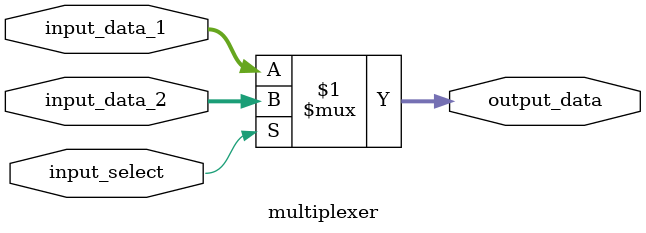
<source format=v>
module multiplexer (input_data_1, input_data_2, input_select, output_data);
    parameter n = 64;
	input input_select;
	input [n - 1 : 0] input_data_1, input_data_2;
	output[n - 1 : 0] output_data;

	assign output_data = input_select ? input_data_2 : input_data_1;

endmodule
</source>
